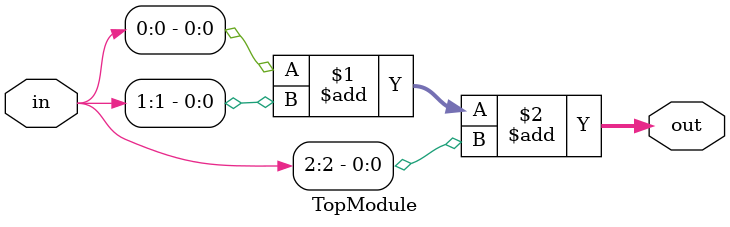
<source format=sv>
module TopModule(
    input  [2:0] in,
    output [1:0] out
);

    assign out = in[0] + in[1] + in[2];

endmodule
</source>
